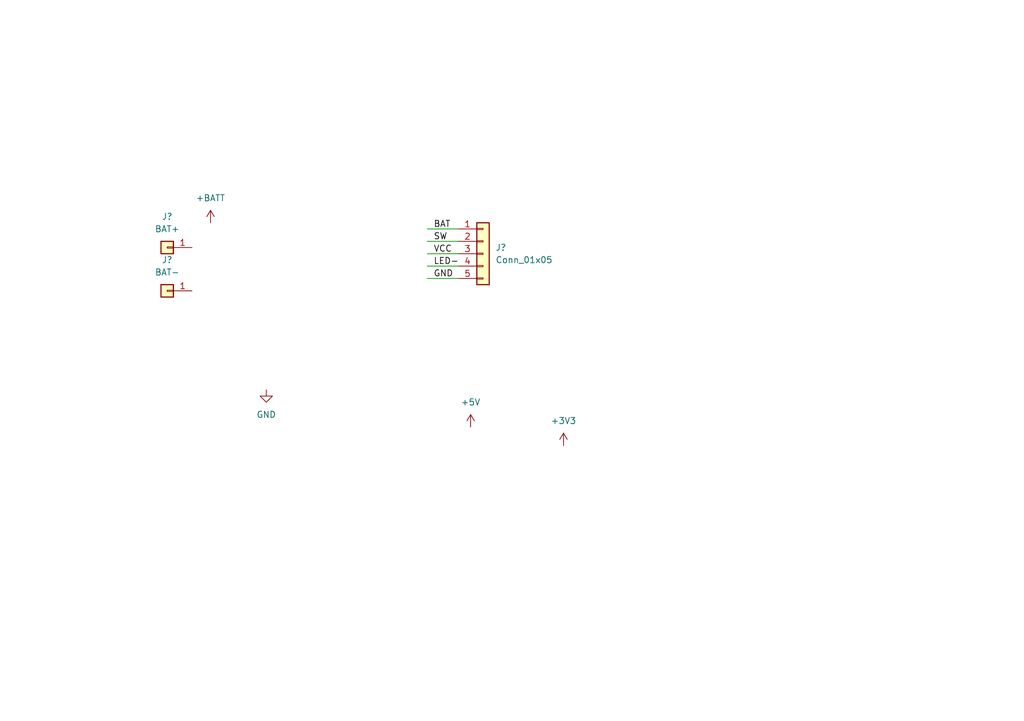
<source format=kicad_sch>
(kicad_sch (version 20211123) (generator eeschema)
  (paper "A5")
  (title_block (title "Napoleon Grill Battery Supply") (date "2024-10-22") (rev "0.1-alpha") (company "Yavook!de") (comment 1 "Napoleon Rogue SE (Special Edition) 425"))
  (lib_symbols
    (symbol "Connector_Generic:Conn_01x01" (pin_names (offset 1.016) hide)
      (property "Reference" "J" (at 0 2.54 0))
      (property "Value" "Conn_01x01" (at 0 -2.54 0))
      (symbol "Conn_01x01_1_1"
        (rectangle (start -1.27 0.127) (end 0 -0.127) (stroke (width 0.1524)))
        (rectangle (start -1.27 1.27) (end 1.27 -1.27) (stroke (width 0.254)) (fill (type background)))
        (pin passive line (at -5.08 0 0) (length 3.81) (name "Pin_1") (number "1"))
      )
    )
    (symbol "Connector_Generic:Conn_01x05" (pin_names (offset 1.016) hide)
      (property "Reference" "J" (at 0 7.62 0))
      (property "Value" "Conn_01x05" (at 0 -7.62 0))
      (symbol "Conn_01x05_1_1"
        (rectangle (start -1.27 -4.953) (end 0 -5.207) (stroke (width 0.1524)))
        (rectangle (start -1.27 -2.413) (end 0 -2.667) (stroke (width 0.1524)))
        (rectangle (start -1.27 0.127) (end 0 -0.127) (stroke (width 0.1524)))
        (rectangle (start -1.27 2.667) (end 0 2.413) (stroke (width 0.1524)))
        (rectangle (start -1.27 5.207) (end 0 4.953) (stroke (width 0.1524)))
        (rectangle (start -1.27 6.35) (end 1.27 -6.35) (stroke (width 0.254)) (fill (type background)))
        (pin passive line (at -5.08 5.08 0) (length 3.81) (name "Pin_1") (number "1"))
        (pin passive line (at -5.08 2.54 0) (length 3.81) (name "Pin_2") (number "2"))
        (pin passive line (at -5.08 0 0) (length 3.81) (name "Pin_3") (number "3"))
        (pin passive line (at -5.08 -2.54 0) (length 3.81) (name "Pin_4") (number "4"))
        (pin passive line (at -5.08 -5.08 0) (length 3.81) (name "Pin_5") (number "5"))
      )
    )
    (symbol "power:+3V3" (power) (pin_names (offset 0))
      (property "Value" "+3V3" (at 0 3.556 0))
      (symbol "+3V3_0_1"
        (polyline (pts (xy -0.762 1.27) (xy 0 2.54)))
        (polyline (pts (xy 0 0) (xy 0 2.54)))
        (polyline (pts (xy 0 2.54) (xy 0.762 1.27)))
      )
      (symbol "+3V3_1_1"
        (pin power_in line (at 0 0 90) (length 0) hide (name "+3V3") (number "1"))
      )
    )
    (symbol "power:+5V" (power) (pin_names (offset 0))
      (property "Value" "+5V" (at 0 3.556 0))
      (symbol "+5V_0_1"
        (polyline (pts (xy -0.762 1.27) (xy 0 2.54)))
        (polyline (pts (xy 0 0) (xy 0 2.54)))
        (polyline (pts (xy 0 2.54) (xy 0.762 1.27)))
      )
      (symbol "+5V_1_1"
        (pin power_in line (at 0 0 90) (length 0) hide (name "+5V") (number "1"))
      )
    )
    (symbol "power:+BATT" (power) (pin_names (offset 0))
      (property "Value" "+BATT" (at 0 3.556 0))
      (symbol "+BATT_0_1"
        (polyline (pts (xy -0.762 1.27) (xy 0 2.54)))
        (polyline (pts (xy 0 0) (xy 0 2.54)))
        (polyline (pts (xy 0 2.54) (xy 0.762 1.27)))
      )
      (symbol "+BATT_1_1"
        (pin power_in line (at 0 0 90) (length 0) hide (name "+BATT") (number "1"))
      )
    )
    (symbol "power:GND" (power) (pin_names (offset 0))
      (property "Value" "GND" (at 0 -3.81 0))
      (symbol "GND_0_1"
        (polyline (pts (xy 0 0) (xy 0 -1.27) (xy 1.27 -1.27) (xy 0 -2.54) (xy -1.27 -1.27) (xy 0 -1.27)))
      )
      (symbol "GND_1_1"
        (pin power_in line (at 0 0 270) (length 0) hide (name "GND") (number "1"))
      )
    )
  )
  (wire (pts (xy 87.63 49.53) (xy 93.98 49.53)))
  (wire (pts (xy 87.63 54.61) (xy 93.98 54.61)))
  (wire (pts (xy 87.63 52.07) (xy 93.98 52.07)))
  (wire (pts (xy 87.63 46.99) (xy 93.98 46.99)))
  (wire (pts (xy 87.63 57.15) (xy 93.98 57.15)))
  (label "SW" (at 88.9 49.53 0))
  (label "VCC" (at 88.9 52.07 0))
  (label "BAT" (at 88.9 46.99 0))
  (label "LED-" (at 88.9 54.61 0))
  (label "GND" (at 88.9 57.15 0))
  (symbol (lib_id "Connector_Generic:Conn_01x01") (at 34.29 50.8 180) (unit 1)
    (property "Reference" "J?" (at 34.29 44.45 0))
    (property "Value" "BAT+" (at 34.29 46.99 0))
  )
  (symbol (lib_id "power:+3V3") (at 115.57 91.44 0) (unit 1)
    (property "Reference" "#PWR0102" (effects hide))
    (property "Value" "+3V3" (at 115.57 86.36 0))
  )
  (symbol (lib_id "power:+BATT") (at 43.18 45.72 0) (unit 1)
    (property "Reference" "#PWR0103" (effects hide))
    (property "Value" "+BATT" (at 43.18 40.64 0))
  )
  (symbol (lib_id "power:GND") (at 54.61 80.01 0) (unit 1)
    (property "Reference" "#PWR0104" (effects hide))
    (property "Value" "GND" (at 54.61 85.09 0))
  )
  (symbol (lib_id "power:+5V") (at 96.52 87.63 0) (unit 1)
    (property "Reference" "#PWR0101" (effects hide))
    (property "Value" "+5V" (at 96.52 82.55 0))
  )
  (symbol (lib_id "Connector_Generic:Conn_01x01") (at 34.29 59.69 180) (unit 1)
    (property "Reference" "J?" (at 34.29 53.34 0))
    (property "Value" "BAT-" (at 34.29 55.88 0))
  )
  (symbol (lib_id "Connector_Generic:Conn_01x05") (at 99.06 52.07 0) (unit 1)
    (property "Reference" "J?" (at 101.6 50.7999 0) (effects (justify left)))
    (property "Value" "Conn_01x05" (at 101.6 53.3399 0) (effects (justify left)))
  )
)
</source>
